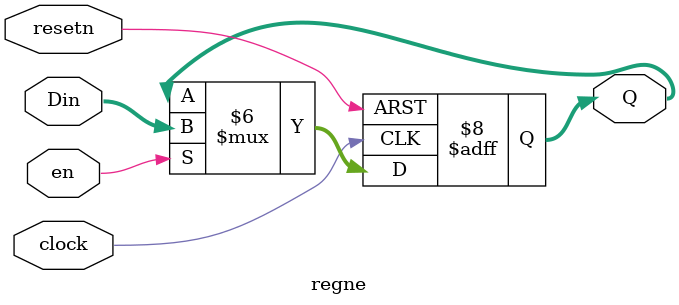
<source format=v>
module shiftrne( Din, load, en, sin, clock, Q ); 
  parameter n=8;
  input [n-1:0] Din;
  input load, en, sin, clock;
  output [n-1:0] Q;
  reg [n-1:0] Q;

  integer k;

  always @(posedge clock)
  begin
    if (load)
      Q <= Din;
    else if (en)
    begin
      for (k=n-1; k>0; k=k-1)
        Q[k-1] <= Q[k];
      Q[n-1] <= sin;
    end 
  end

endmodule // shiftrne


// Definition of shift-left register
module shiftlne( Din, load, en, sin, clock, Q ); 
  parameter n=8;
  input [n-1:0] Din;
  input load, en, sin, clock;
  output [n-1:0] Q;
  reg [n-1:0] Q;

  integer k;

  always @(posedge clock)
  begin
    if (load)
      Q <= Din;
    else if (en)
    begin
      for (k=n-1; k>0; k=k-1)
        Q[k] <= Q[k-1];
      Q[0] <= sin;
    end 
  end
endmodule // shiftlne


// Definition of register with enable and resetn
module regne( Din, clock, resetn, en, Q ); 
  parameter n=8;
  input [n-1:0] Din;
  input clock, resetn, en;
  output [n-1:0] Q;
  reg [n-1:0] Q;

  integer k;

  always @(posedge clock or negedge resetn)
  begin
    if (resetn == 0)
    begin
      for (k=0; k<n; k=k+1)
        Q[k] <= 0; 
    end
    else 
    begin
      if (en)
        Q <= Din;   
    end
  end
endmodule // regne

</source>
